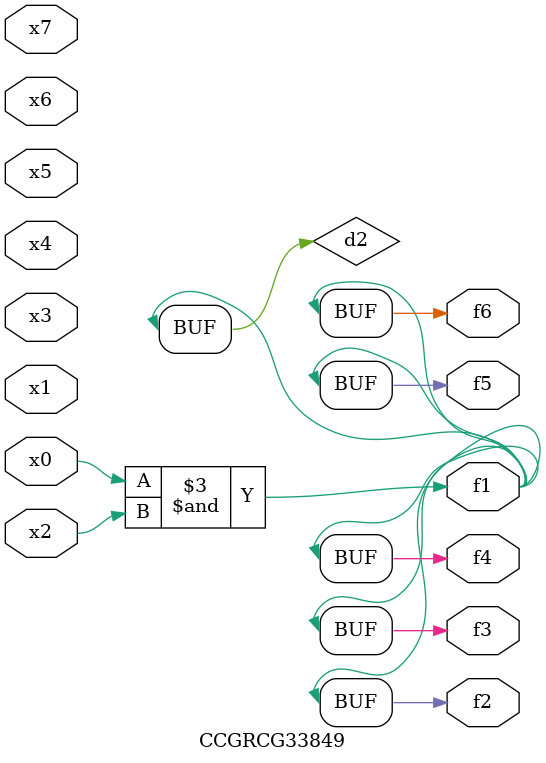
<source format=v>
module CCGRCG33849(
	input x0, x1, x2, x3, x4, x5, x6, x7,
	output f1, f2, f3, f4, f5, f6
);

	wire d1, d2;

	nor (d1, x3, x6);
	and (d2, x0, x2);
	assign f1 = d2;
	assign f2 = d2;
	assign f3 = d2;
	assign f4 = d2;
	assign f5 = d2;
	assign f6 = d2;
endmodule

</source>
